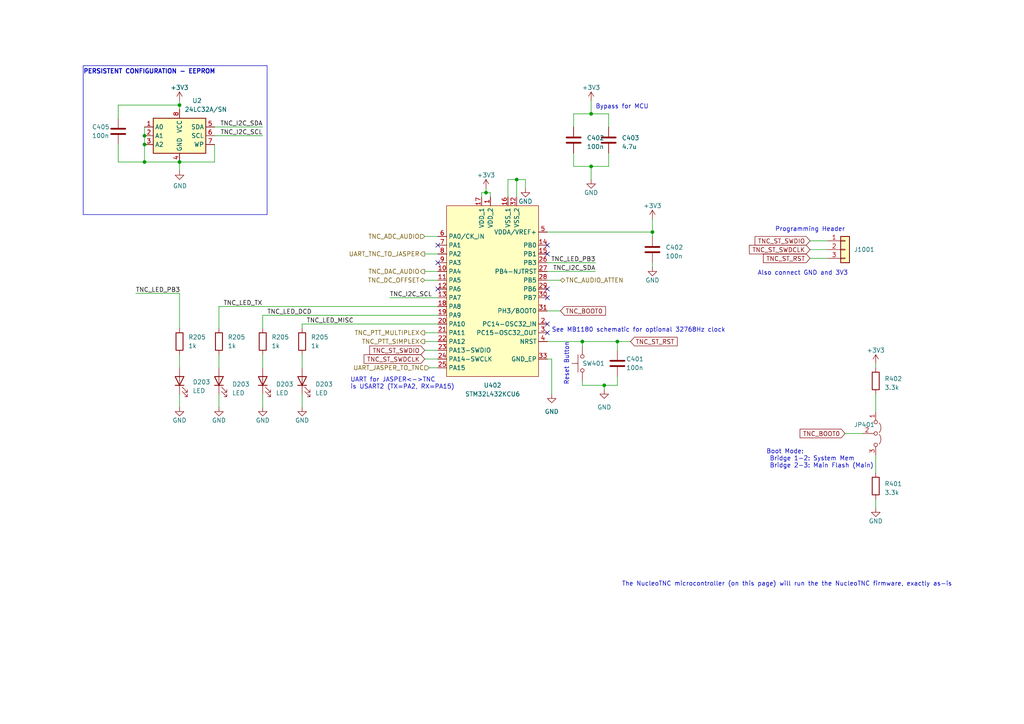
<source format=kicad_sch>
(kicad_sch (version 20230121) (generator eeschema)
  (paper "A4")
  (lib_symbols
    (symbol "BIRDS-X_Symbols_Lib:STM32L432KCU6"
      (property "Reference" "U" (at -12.7 22.86 0))
      (property "Value" "STM32L432KCU6" (at 0 -29.21 0))
      (symbol "STM32L432KCU6_1_1"
        (rectangle (start -15.24 21.59) (end 11.43 -27.94) (fill (type background)))
        (pin power_in line (at -2.54 24.13 270) (length 2.54) (name "VDD_2") (number "1"))
        (pin bidirectional line (at -17.78 2.54 0) (length 2.54) (name "PA4") (number "10"))
        (pin bidirectional line (at -17.78 0 0) (length 2.54) (name "PA5") (number "11"))
        (pin bidirectional line (at -17.78 -2.54 0) (length 2.54) (name "PA6") (number "12"))
        (pin bidirectional line (at -17.78 -5.08 0) (length 2.54) (name "PA7") (number "13"))
        (pin bidirectional line (at 13.97 10.16 180) (length 2.54) (name "PB0") (number "14"))
        (pin bidirectional line (at 13.97 7.62 180) (length 2.54) (name "PB1") (number "15"))
        (pin power_in line (at 2.54 24.13 270) (length 2.54) (name "VSS_1") (number "16"))
        (pin power_in line (at -5.08 24.13 270) (length 2.54) (name "VDD_1") (number "17"))
        (pin bidirectional line (at -17.78 -7.62 0) (length 2.54) (name "PA8") (number "18"))
        (pin bidirectional line (at -17.78 -10.16 0) (length 2.54) (name "PA9") (number "19"))
        (pin bidirectional line (at 13.97 -12.7 180) (length 2.54) (name "PC14-OSC32_IN") (number "2"))
        (pin bidirectional line (at -17.78 -12.7 0) (length 2.54) (name "PA10") (number "20"))
        (pin bidirectional line (at -17.78 -15.24 0) (length 2.54) (name "PA11") (number "21"))
        (pin bidirectional line (at -17.78 -17.78 0) (length 2.54) (name "PA12") (number "22"))
        (pin bidirectional line (at -17.78 -20.32 0) (length 2.54) (name "PA13-SWDIO") (number "23"))
        (pin bidirectional line (at -17.78 -22.86 0) (length 2.54) (name "PA14-SWCLK") (number "24"))
        (pin bidirectional line (at -17.78 -25.4 0) (length 2.54) (name "PA15") (number "25"))
        (pin bidirectional line (at 13.97 5.08 180) (length 2.54) (name "PB3") (number "26"))
        (pin bidirectional line (at 13.97 2.54 180) (length 2.54) (name "PB4-NJTRST") (number "27"))
        (pin bidirectional line (at 13.97 0 180) (length 2.54) (name "PB5") (number "28"))
        (pin bidirectional line (at 13.97 -2.54 180) (length 2.54) (name "PB6") (number "29"))
        (pin bidirectional line (at 13.97 -15.24 180) (length 2.54) (name "PC15-OSC32_OUT") (number "3"))
        (pin bidirectional line (at 13.97 -5.08 180) (length 2.54) (name "PB7") (number "30"))
        (pin bidirectional line (at 13.97 -8.89 180) (length 2.54) (name "PH3/BOOT0") (number "31"))
        (pin power_in line (at 5.08 24.13 270) (length 2.54) (name "VSS_2") (number "32"))
        (pin power_in line (at 13.97 -22.86 180) (length 2.54) (name "GND_EP") (number "33"))
        (pin bidirectional line (at 13.97 -17.78 180) (length 2.54) (name "NRST") (number "4"))
        (pin power_in line (at 13.97 13.97 180) (length 2.54) (name "VDDA/VREF+") (number "5"))
        (pin bidirectional line (at -17.78 12.7 0) (length 2.54) (name "PA0/CK_IN") (number "6"))
        (pin bidirectional line (at -17.78 10.16 0) (length 2.54) (name "PA1") (number "7"))
        (pin bidirectional line (at -17.78 7.62 0) (length 2.54) (name "PA2") (number "8"))
        (pin bidirectional line (at -17.78 5.08 0) (length 2.54) (name "PA3") (number "9"))
      )
    )
    (symbol "Connector_Generic:Conn_01x03" (pin_names (offset 1.016) hide)
      (property "Reference" "J" (at 0 5.08 0))
      (property "Value" "Conn_01x03" (at 0 -5.08 0))
      (symbol "Conn_01x03_1_1"
        (rectangle (start -1.27 -2.413) (end 0 -2.667) (stroke (width 0.1524)))
        (rectangle (start -1.27 0.127) (end 0 -0.127) (stroke (width 0.1524)))
        (rectangle (start -1.27 2.667) (end 0 2.413) (stroke (width 0.1524)))
        (rectangle (start -1.27 3.81) (end 1.27 -3.81) (stroke (width 0.254)) (fill (type background)))
        (pin passive line (at -5.08 2.54 0) (length 3.81) (name "Pin_1") (number "1"))
        (pin passive line (at -5.08 0 0) (length 3.81) (name "Pin_2") (number "2"))
        (pin passive line (at -5.08 -2.54 0) (length 3.81) (name "Pin_3") (number "3"))
      )
    )
    (symbol "Device:C" (pin_numbers hide) (pin_names (offset 0.254))
      (property "Reference" "C" (at 0.635 2.54 0))
      (property "Value" "C" (at 0.635 -2.54 0))
      (symbol "C_0_1"
        (polyline (pts (xy -2.032 -0.762) (xy 2.032 -0.762)) (stroke (width 0.508)))
        (polyline (pts (xy -2.032 0.762) (xy 2.032 0.762)) (stroke (width 0.508)))
      )
      (symbol "C_1_1"
        (pin passive line (at 0 3.81 270) (length 2.794) (name "~") (number "1"))
        (pin passive line (at 0 -3.81 90) (length 2.794) (name "~") (number "2"))
      )
    )
    (symbol "Device:LED" (pin_numbers hide) (pin_names (offset 1.016) hide)
      (property "Reference" "D" (at 0 2.54 0))
      (property "Value" "LED" (at 0 -2.54 0))
      (symbol "LED_0_1"
        (polyline (pts (xy -1.27 -1.27) (xy -1.27 1.27)) (stroke (width 0.254)))
        (polyline (pts (xy -1.27 0) (xy 1.27 0)))
        (polyline (pts (xy 1.27 -1.27) (xy 1.27 1.27) (xy -1.27 0) (xy 1.27 -1.27)) (stroke (width 0.254)))
        (polyline (pts (xy -3.048 -0.762) (xy -4.572 -2.286) (xy -3.81 -2.286) (xy -4.572 -2.286) (xy -4.572 -1.524)))
        (polyline (pts (xy -1.778 -0.762) (xy -3.302 -2.286) (xy -2.54 -2.286) (xy -3.302 -2.286) (xy -3.302 -1.524)))
      )
      (symbol "LED_1_1"
        (pin passive line (at -3.81 0 0) (length 2.54) (name "K") (number "1"))
        (pin passive line (at 3.81 0 180) (length 2.54) (name "A") (number "2"))
      )
    )
    (symbol "Device:R" (pin_numbers hide) (pin_names (offset 0))
      (property "Reference" "R" (at 2.032 0 90))
      (property "Value" "R" (at 0 0 90))
      (symbol "R_0_1"
        (rectangle (start -1.016 -2.54) (end 1.016 2.54) (stroke (width 0.254)))
      )
      (symbol "R_1_1"
        (pin passive line (at 0 3.81 270) (length 1.27) (name "~") (number "1"))
        (pin passive line (at 0 -3.81 90) (length 1.27) (name "~") (number "2"))
      )
    )
    (symbol "Jumper:Jumper_3_Open" (pin_names (offset 0) hide)
      (property "Reference" "JP" (at -2.54 -2.54 0))
      (property "Value" "Jumper_3_Open" (at 0 2.794 0))
      (symbol "Jumper_3_Open_0_0"
        (circle (center -3.302 0) (radius 0.508))
        (circle (center 0 0) (radius 0.508))
        (circle (center 3.302 0) (radius 0.508))
      )
      (symbol "Jumper_3_Open_0_1"
        (arc (start -0.254 1.016) (mid -1.651 1.4992) (end -3.048 1.016))
        (polyline (pts (xy 0 -0.508) (xy 0 -1.27)))
        (arc (start 3.048 1.016) (mid 1.651 1.4992) (end 0.254 1.016))
      )
      (symbol "Jumper_3_Open_1_1"
        (pin passive line (at -6.35 0 0) (length 2.54) (name "A") (number "1"))
        (pin passive line (at 0 -3.81 90) (length 2.54) (name "C") (number "2"))
        (pin passive line (at 6.35 0 180) (length 2.54) (name "B") (number "3"))
      )
    )
    (symbol "Memory_EEPROM:24LC32"
      (property "Reference" "U" (at -6.35 6.35 0))
      (property "Value" "24LC32" (at 1.27 6.35 0))
      (symbol "24LC32_1_1"
        (rectangle (start -7.62 5.08) (end 7.62 -5.08) (stroke (width 0.254)) (fill (type background)))
        (pin input line (at -10.16 2.54 0) (length 2.54) (name "A0") (number "1"))
        (pin input line (at -10.16 0 0) (length 2.54) (name "A1") (number "2"))
        (pin input line (at -10.16 -2.54 0) (length 2.54) (name "A2") (number "3"))
        (pin power_in line (at 0 -7.62 90) (length 2.54) (name "GND") (number "4"))
        (pin bidirectional line (at 10.16 2.54 180) (length 2.54) (name "SDA") (number "5"))
        (pin input line (at 10.16 0 180) (length 2.54) (name "SCL") (number "6"))
        (pin input line (at 10.16 -2.54 180) (length 2.54) (name "WP") (number "7"))
        (pin power_in line (at 0 7.62 270) (length 2.54) (name "VCC") (number "8"))
      )
    )
    (symbol "Switch:SW_Push" (pin_numbers hide) (pin_names (offset 1.016) hide)
      (property "Reference" "SW" (at 1.27 2.54 0))
      (property "Value" "SW_Push" (at 0 -1.524 0))
      (symbol "SW_Push_0_1"
        (circle (center -2.032 0) (radius 0.508))
        (polyline (pts (xy 0 1.27) (xy 0 3.048)))
        (polyline (pts (xy 2.54 1.27) (xy -2.54 1.27)))
        (circle (center 2.032 0) (radius 0.508))
        (pin passive line (at -5.08 0 0) (length 2.54) (name "1") (number "1"))
        (pin passive line (at 5.08 0 180) (length 2.54) (name "2") (number "2"))
      )
    )
    (symbol "power:+3V3" (power) (pin_names (offset 0))
      (property "Value" "+3V3" (at 0 3.556 0))
      (symbol "+3V3_0_1"
        (polyline (pts (xy -0.762 1.27) (xy 0 2.54)))
        (polyline (pts (xy 0 0) (xy 0 2.54)))
        (polyline (pts (xy 0 2.54) (xy 0.762 1.27)))
      )
      (symbol "+3V3_1_1"
        (pin power_in line (at 0 0 90) (length 0) hide (name "+3V3") (number "1"))
      )
    )
    (symbol "power:GND" (power) (pin_names (offset 0))
      (property "Value" "GND" (at 0 -3.81 0))
      (symbol "GND_0_1"
        (polyline (pts (xy 0 0) (xy 0 -1.27) (xy 1.27 -1.27) (xy 0 -2.54) (xy -1.27 -1.27) (xy 0 -1.27)))
      )
      (symbol "GND_1_1"
        (pin power_in line (at 0 0 270) (length 0) hide (name "GND") (number "1"))
      )
    )
  )
  (junction (at 52.07 46.99))
  (junction (at 41.91 46.99))
  (junction (at 41.91 41.91))
  (junction (at 52.07 30.48))
  (junction (at 175.26 111.76))
  (junction (at 171.45 33.02))
  (junction (at 189.23 67.31))
  (junction (at 168.91 99.06))
  (junction (at 41.91 39.37))
  (junction (at 171.45 48.26))
  (junction (at 149.86 52.07))
  (junction (at 140.97 55.88))
  (junction (at 179.07 99.06))
  (no_connect (at 158.75 93.98))
  (no_connect (at 158.75 86.36))
  (no_connect (at 158.75 83.82))
  (no_connect (at 127 71.12))
  (no_connect (at 127 76.2))
  (no_connect (at 158.75 71.12))
  (no_connect (at 158.75 73.66))
  (no_connect (at 127 83.82))
  (no_connect (at 158.75 96.52))
  (wire (pts (xy 62.23 46.99) (xy 52.07 46.99)))
  (wire (pts (xy 63.5 88.9) (xy 127 88.9)))
  (wire (pts (xy 76.2 102.87) (xy 76.2 106.68)))
  (wire (pts (xy 149.86 52.07) (xy 149.86 57.15)))
  (wire (pts (xy 158.75 78.74) (xy 172.72 78.74)))
  (wire (pts (xy 139.7 57.15) (xy 139.7 55.88)))
  (wire (pts (xy 189.23 67.31) (xy 158.75 67.31)))
  (wire (pts (xy 63.5 102.87) (xy 63.5 106.68)))
  (polyline (pts (xy 77.47 19.05) (xy 24.13 19.05)))
  (wire (pts (xy 166.37 44.45) (xy 166.37 48.26)))
  (polyline (pts (xy 24.13 19.05) (xy 24.13 62.23)))
  (wire (pts (xy 34.29 46.99) (xy 41.91 46.99)))
  (wire (pts (xy 52.07 30.48) (xy 52.07 31.75)))
  (wire (pts (xy 63.5 88.9) (xy 63.5 95.25)))
  (wire (pts (xy 176.53 33.02) (xy 176.53 36.83)))
  (wire (pts (xy 234.95 72.39) (xy 240.03 72.39)))
  (wire (pts (xy 124.46 106.68) (xy 127 106.68)))
  (wire (pts (xy 76.2 114.3) (xy 76.2 118.11)))
  (wire (pts (xy 41.91 39.37) (xy 41.91 41.91)))
  (wire (pts (xy 152.4 52.07) (xy 152.4 54.61)))
  (wire (pts (xy 179.07 99.06) (xy 182.88 99.06)))
  (wire (pts (xy 62.23 36.83) (xy 76.2 36.83)))
  (wire (pts (xy 123.19 78.74) (xy 127 78.74)))
  (wire (pts (xy 52.07 30.48) (xy 34.29 30.48)))
  (wire (pts (xy 147.32 57.15) (xy 147.32 52.07)))
  (wire (pts (xy 87.63 114.3) (xy 87.63 118.11)))
  (wire (pts (xy 171.45 29.21) (xy 171.45 33.02)))
  (wire (pts (xy 87.63 93.98) (xy 127 93.98)))
  (wire (pts (xy 158.75 90.17) (xy 162.56 90.17)))
  (wire (pts (xy 171.45 48.26) (xy 176.53 48.26)))
  (wire (pts (xy 189.23 68.58) (xy 189.23 67.31)))
  (wire (pts (xy 34.29 30.48) (xy 34.29 34.29)))
  (wire (pts (xy 41.91 46.99) (xy 52.07 46.99)))
  (wire (pts (xy 254 105.41) (xy 254 106.68)))
  (wire (pts (xy 123.19 68.58) (xy 127 68.58)))
  (wire (pts (xy 158.75 76.2) (xy 172.72 76.2)))
  (wire (pts (xy 160.02 104.14) (xy 158.75 104.14)))
  (wire (pts (xy 158.75 99.06) (xy 168.91 99.06)))
  (wire (pts (xy 166.37 48.26) (xy 171.45 48.26)))
  (wire (pts (xy 152.4 52.07) (xy 149.86 52.07)))
  (wire (pts (xy 171.45 33.02) (xy 176.53 33.02)))
  (wire (pts (xy 168.91 100.33) (xy 168.91 99.06)))
  (wire (pts (xy 52.07 102.87) (xy 52.07 106.68)))
  (wire (pts (xy 175.26 111.76) (xy 175.26 113.03)))
  (wire (pts (xy 76.2 91.44) (xy 127 91.44)))
  (wire (pts (xy 234.95 69.85) (xy 240.03 69.85)))
  (wire (pts (xy 168.91 111.76) (xy 168.91 110.49)))
  (wire (pts (xy 171.45 48.26) (xy 171.45 52.07)))
  (wire (pts (xy 39.37 85.09) (xy 52.07 85.09)))
  (wire (pts (xy 139.7 55.88) (xy 140.97 55.88)))
  (wire (pts (xy 254 114.3) (xy 254 119.38)))
  (wire (pts (xy 245.11 125.73) (xy 250.19 125.73)))
  (wire (pts (xy 189.23 76.2) (xy 189.23 77.47)))
  (wire (pts (xy 166.37 36.83) (xy 166.37 33.02)))
  (wire (pts (xy 158.75 81.28) (xy 162.56 81.28)))
  (wire (pts (xy 147.32 52.07) (xy 149.86 52.07)))
  (wire (pts (xy 87.63 93.98) (xy 87.63 95.25)))
  (wire (pts (xy 175.26 111.76) (xy 179.07 111.76)))
  (wire (pts (xy 123.19 96.52) (xy 127 96.52)))
  (wire (pts (xy 52.07 29.21) (xy 52.07 30.48)))
  (wire (pts (xy 52.07 85.09) (xy 52.07 95.25)))
  (wire (pts (xy 123.19 81.28) (xy 127 81.28)))
  (wire (pts (xy 41.91 41.91) (xy 41.91 46.99)))
  (polyline (pts (xy 77.47 62.23) (xy 77.47 19.05)))
  (wire (pts (xy 140.97 54.61) (xy 140.97 55.88)))
  (wire (pts (xy 123.19 101.6) (xy 127 101.6)))
  (wire (pts (xy 168.91 111.76) (xy 175.26 111.76)))
  (wire (pts (xy 52.07 114.3) (xy 52.07 118.11)))
  (wire (pts (xy 41.91 36.83) (xy 41.91 39.37)))
  (polyline (pts (xy 24.13 62.23) (xy 77.47 62.23)))
  (wire (pts (xy 123.19 99.06) (xy 127 99.06)))
  (wire (pts (xy 168.91 99.06) (xy 179.07 99.06)))
  (wire (pts (xy 254 147.32) (xy 254 144.78)))
  (wire (pts (xy 34.29 41.91) (xy 34.29 46.99)))
  (wire (pts (xy 123.19 104.14) (xy 127 104.14)))
  (wire (pts (xy 63.5 114.3) (xy 63.5 118.11)))
  (wire (pts (xy 76.2 95.25) (xy 76.2 91.44)))
  (wire (pts (xy 160.02 104.14) (xy 160.02 114.3)))
  (wire (pts (xy 234.95 74.93) (xy 240.03 74.93)))
  (wire (pts (xy 254 132.08) (xy 254 137.16)))
  (wire (pts (xy 62.23 39.37) (xy 76.2 39.37)))
  (wire (pts (xy 142.24 55.88) (xy 142.24 57.15)))
  (wire (pts (xy 113.03 86.36) (xy 127 86.36)))
  (wire (pts (xy 189.23 63.5) (xy 189.23 67.31)))
  (wire (pts (xy 140.97 55.88) (xy 142.24 55.88)))
  (wire (pts (xy 176.53 48.26) (xy 176.53 44.45)))
  (wire (pts (xy 52.07 46.99) (xy 52.07 49.53)))
  (wire (pts (xy 123.19 73.66) (xy 127 73.66)))
  (wire (pts (xy 179.07 111.76) (xy 179.07 109.22)))
  (wire (pts (xy 62.23 41.91) (xy 62.23 46.99)))
  (wire (pts (xy 166.37 33.02) (xy 171.45 33.02)))
  (wire (pts (xy 87.63 102.87) (xy 87.63 106.68)))
  (wire (pts (xy 179.07 99.06) (xy 179.07 101.6)))
  (text "Bypass for MCU" (at 172.72 31.75 0) (effects (font (size 1.27 1.27)) (justify left bottom)))
  (text "Also connect GND and 3V3" (at 219.71 80.01 0) (effects (font (size 1.27 1.27)) (justify left bottom)))
  (text "UART for JASPER<->TNC\nis USART2 (TX=PA2, RX=PA15)" (at 101.6 113.03 0) (effects (font (size 1.27 1.27)) (justify left bottom)))
  (text "Reset Button" (at 165.1 111.76 90) (effects (font (size 1.27 1.27)) (justify left bottom)))
  (text "Programming Header" (at 224.79 67.31 0) (effects (font (size 1.27 1.27)) (justify left bottom)))
  (text "PERSISTENT CONFIGURATION - EEPROM" (at 24.13 21.59 0) (effects (font (size 1.27 1.27) (thickness 0.254) bold) (justify left bottom)))
  (text "Boot Mode:\n Bridge 1-2: System Mem\n Bridge 2-3: Main Flash (Main)" (at 222.25 135.89 0) (effects (font (size 1.27 1.27)) (justify left bottom)))
  (text "The NucleoTNC microcontroller (on this page) will run the the NucleoTNC firmware, exactly as-is" (at 180.34 170.18 0) (effects (font (size 1.27 1.27)) (justify left bottom)))
  (text "See MB1180 schematic for optional 32768Hz clock" (at 160.02 96.52 0) (effects (font (size 1.27 1.27)) (justify left bottom)))
  (label "TNC_LED_MISC" (at 88.9 93.98 0))
  (label "TNC_I2C_SCL" (at 113.03 86.36 0))
  (label "TNC_I2C_SCL" (at 76.2 39.37 180))
  (label "TNC_LED_TX" (at 64.77 88.9 0))
  (label "TNC_LED_PB3" (at 39.37 85.09 0))
  (label "TNC_LED_DCD" (at 77.47 91.44 0))
  (label "TNC_I2C_SDA" (at 76.2 36.83 180))
  (label "TNC_I2C_SDA" (at 172.72 78.74 180))
  (label "TNC_LED_PB3" (at 172.72 76.2 180))
  (global_label "TNC_ST_SWDCLK" (shape input) (at 123.19 104.14 180) (property "Intersheetrefs" "${INTERSHEET_REFS}" (effects hide)))
  (global_label "TNC_ST_SWDCLK" (shape input) (at 234.95 72.39 180) (property "Intersheetrefs" "${INTERSHEET_REFS}" (effects hide)))
  (global_label "TNC_ST_RST" (shape input) (at 234.95 74.93 180) (property "Intersheetrefs" "${INTERSHEET_REFS}" (effects hide)))
  (global_label "TNC_ST_SWDIO" (shape input) (at 123.19 101.6 180) (property "Intersheetrefs" "${INTERSHEET_REFS}" (effects hide)))
  (global_label "TNC_BOOT0" (shape input) (at 162.56 90.17 0) (property "Intersheetrefs" "${INTERSHEET_REFS}" (effects hide)))
  (global_label "TNC_ST_RST" (shape input) (at 182.88 99.06 0) (property "Intersheetrefs" "${INTERSHEET_REFS}" (effects hide)))
  (global_label "TNC_ST_SWDIO" (shape input) (at 234.95 69.85 180) (property "Intersheetrefs" "${INTERSHEET_REFS}" (effects hide)))
  (global_label "TNC_BOOT0" (shape input) (at 245.11 125.73 180) (property "Intersheetrefs" "${INTERSHEET_REFS}" (effects hide)))
  (hierarchical_label "UART_TNC_TO_JASPER" (shape output) (at 123.19 73.66 180))
  (hierarchical_label "UART_JASPER_TO_TNC" (shape input) (at 124.46 106.68 180))
  (hierarchical_label "TNC_DAC_AUDIO" (shape output) (at 123.19 78.74 180))
  (hierarchical_label "TNC_AUDIO_ATTEN" (shape bidirectional) (at 162.56 81.28 0))
  (hierarchical_label "TNC_ADC_AUDIO" (shape input) (at 123.19 68.58 180))
  (hierarchical_label "TNC_PTT_MULTIPLEX" (shape output) (at 123.19 96.52 180))
  (hierarchical_label "TNC_DC_OFFSET" (shape bidirectional) (at 123.19 81.28 180))
  (hierarchical_label "TNC_PTT_SIMPLEX" (shape output) (at 123.19 99.06 180))
  (symbol (lib_id "power:GND") (at 52.07 118.11 0) (unit 1)
    (property "Reference" "#PWR08" (effects hide))
    (property "Value" "GND" (at 52.07 121.92 0))
    (instances (project "BIRDS-X-PCB" (path "" (reference "#PWR08") (unit 1)) (path "" (reference "#PWR0212") (unit 1)) (path "" (reference "#PWR0416") (unit 1)) (path "" (reference "#PWR03") (unit 1))))
  )
  (symbol (lib_id "Connector_Generic:Conn_01x03") (at 245.11 72.39 0) (unit 1)
    (property "Reference" "J1001" (at 247.65 72.39 0) (effects (justify left)))
    (property "Value" "Conn_01x03" (effects hide))
    (property "Footprint" "Connector_PinHeader_1.27mm:PinHeader_1x03_P1.27mm_Vertical" (effects hide))
  )
  (symbol (lib_id "Device:C") (at 179.07 105.41 0) (unit 1)
    (property "Reference" "C401" (at 181.61 104.14 0) (effects (justify left)))
    (property "Value" "100n" (at 181.61 106.68 0) (effects (justify left)))
    (property "Footprint" "Capacitor_SMD:C_0603_1608Metric_Pad1.08x0.95mm_HandSolder" (effects hide))
    (instances (project "BIRDS-X-PCB" (path "" (reference "C401") (unit 1)) (path "" (reference "C1001") (unit 1))))
  )
  (symbol (lib_id "Device:LED") (at 63.5 110.49 90) (unit 1)
    (property "Reference" "D203" (at 67.31 111.4425 90) (effects (justify right)))
    (property "Value" "LED" (at 67.31 113.9825 90) (effects (justify right)))
    (property "Footprint" "LED_SMD:LED_0603_1608Metric" (effects hide))
    (instances (project "BIRDS-X-PCB" (path "" (reference "D203") (unit 1)) (path "" (reference "D401") (unit 1)) (path "" (reference "D1001") (unit 1))))
  )
  (symbol (lib_id "power:GND") (at 175.26 113.03 0) (unit 1)
    (property "Reference" "#PWR0403" (effects hide))
    (property "Value" "GND" (at 175.26 118.11 0))
    (instances (project "BIRDS-X-PCB" (path "" (reference "#PWR0403") (unit 1)) (path "" (reference "#PWR01004") (unit 1))))
  )
  (symbol (lib_id "power:GND") (at 76.2 118.11 0) (unit 1)
    (property "Reference" "#PWR08" (effects hide))
    (property "Value" "GND" (at 76.2 121.92 0))
    (instances (project "BIRDS-X-PCB" (path "" (reference "#PWR08") (unit 1)) (path "" (reference "#PWR0212") (unit 1)) (path "" (reference "#PWR0416") (unit 1)) (path "" (reference "#PWR01007") (unit 1))))
  )
  (symbol (lib_id "Device:C") (at 166.37 40.64 0) (unit 1)
    (property "Reference" "C402" (at 170.18 40.005 0) (effects (justify left)))
    (property "Value" "100n" (at 170.18 42.545 0) (effects (justify left)))
    (property "Footprint" "Capacitor_SMD:C_0603_1608Metric_Pad1.08x0.95mm_HandSolder" (effects hide))
    (instances (project "BIRDS-X-PCB" (path "" (reference "C402") (unit 1)) (path "" (reference "C1002") (unit 1))))
  )
  (symbol (lib_id "Device:R") (at 52.07 99.06 0) (unit 1)
    (property "Reference" "R205" (at 54.61 97.79 0) (effects (justify left)))
    (property "Value" "1k" (at 54.61 100.33 0) (effects (justify left)))
    (property "Footprint" "Resistor_SMD:R_0603_1608Metric_Pad0.98x0.95mm_HandSolder" (effects hide))
    (instances (project "BIRDS-X-PCB" (path "" (reference "R205") (unit 1)) (path "" (reference "R406") (unit 1)) (path "" (reference "R1006") (unit 1))))
  )
  (symbol (lib_id "power:+3V3") (at 52.07 29.21 0) (unit 1)
    (property "Reference" "#PWR0405" (effects hide))
    (property "Value" "+3V3" (at 52.07 25.4 0))
    (instances (project "BIRDS-X-PCB" (path "" (reference "#PWR0405") (unit 1)) (path "" (reference "#PWR010") (unit 1))))
  )
  (symbol (lib_id "power:+3V3") (at 171.45 29.21 0) (unit 1)
    (property "Reference" "#PWR0408" (effects hide))
    (property "Value" "+3V3" (at 171.45 25.4 0))
    (instances (project "BIRDS-X-PCB" (path "" (reference "#PWR0408") (unit 1)) (path "" (reference "#PWR01005") (unit 1))))
  )
  (symbol (lib_id "Device:R") (at 254 110.49 0) (unit 1)
    (property "Reference" "R402" (at 256.54 109.855 0) (effects (justify left)))
    (property "Value" "3.3k" (at 256.54 112.395 0) (effects (justify left)))
    (property "Footprint" "Resistor_SMD:R_0603_1608Metric_Pad0.98x0.95mm_HandSolder" (effects hide))
    (instances (project "BIRDS-X-PCB" (path "" (reference "R402") (unit 1)) (path "" (reference "R1004") (unit 1))))
  )
  (symbol (lib_id "Device:C") (at 176.53 40.64 0) (unit 1)
    (property "Reference" "C403" (at 180.34 40.005 0) (effects (justify left)))
    (property "Value" "4.7u" (at 180.34 42.545 0) (effects (justify left)))
    (property "Footprint" "Capacitor_SMD:C_0603_1608Metric_Pad1.08x0.95mm_HandSolder" (effects hide))
    (instances (project "BIRDS-X-PCB" (path "" (reference "C403") (unit 1)) (path "" (reference "C1003") (unit 1))))
  )
  (symbol (lib_id "Device:C") (at 189.23 72.39 0) (unit 1)
    (property "Reference" "C402" (at 193.04 71.755 0) (effects (justify left)))
    (property "Value" "100n" (at 193.04 74.295 0) (effects (justify left)))
    (property "Footprint" "Capacitor_SMD:C_0603_1608Metric_Pad1.08x0.95mm_HandSolder" (effects hide))
    (instances (project "BIRDS-X-PCB" (path "" (reference "C402") (unit 1)) (path "" (reference "C1005") (unit 1))))
  )
  (symbol (lib_id "power:GND") (at 52.07 49.53 0) (unit 1)
    (property "Reference" "#PWR014" (effects hide))
    (property "Value" "GND" (at 52.197 53.9242 0))
    (instances (project "Nucleo32TNC" (path "" (reference "#PWR014") (unit 1))) (project "BIRDS-X-PCB" (path "" (reference "#PWR0503") (unit 1)) (path "" (reference "#PWR022") (unit 1))))
  )
  (symbol (lib_id "Device:LED") (at 87.63 110.49 90) (unit 1)
    (property "Reference" "D203" (at 91.44 111.4425 90) (effects (justify right)))
    (property "Value" "LED" (at 91.44 113.9825 90) (effects (justify right)))
    (property "Footprint" "LED_SMD:LED_0603_1608Metric" (effects hide))
    (instances (project "BIRDS-X-PCB" (path "" (reference "D203") (unit 1)) (path "" (reference "D401") (unit 1)) (path "" (reference "D1003") (unit 1))))
  )
  (symbol (lib_id "Device:R") (at 76.2 99.06 0) (unit 1)
    (property "Reference" "R205" (at 78.74 97.79 0) (effects (justify left)))
    (property "Value" "1k" (at 78.74 100.33 0) (effects (justify left)))
    (property "Footprint" "Resistor_SMD:R_0603_1608Metric_Pad0.98x0.95mm_HandSolder" (effects hide))
    (instances (project "BIRDS-X-PCB" (path "" (reference "R205") (unit 1)) (path "" (reference "R406") (unit 1)) (path "" (reference "R1002") (unit 1))))
  )
  (symbol (lib_id "power:GND") (at 171.45 52.07 0) (unit 1)
    (property "Reference" "#PWR0409" (effects hide))
    (property "Value" "GND" (at 171.45 55.88 0))
    (instances (project "BIRDS-X-PCB" (path "" (reference "#PWR0409") (unit 1)) (path "" (reference "#PWR01006") (unit 1))))
  )
  (symbol (lib_id "power:GND") (at 152.4 54.61 0) (unit 1)
    (property "Reference" "#PWR0404" (effects hide))
    (property "Value" "GND" (at 152.4 58.42 0))
    (instances (project "BIRDS-X-PCB" (path "" (reference "#PWR0404") (unit 1)) (path "" (reference "#PWR01003") (unit 1))))
  )
  (symbol (lib_id "power:+3V3") (at 140.97 54.61 0) (unit 1)
    (property "Reference" "#PWR0405" (effects hide))
    (property "Value" "+3V3" (at 140.97 50.8 0))
    (instances (project "BIRDS-X-PCB" (path "" (reference "#PWR0405") (unit 1)) (path "" (reference "#PWR01002") (unit 1))))
  )
  (symbol (lib_id "BIRDS-X_Symbols_Lib:STM32L432KCU6") (at 144.78 81.28 0) (unit 1)
    (property "Reference" "U402" (at 142.875 111.76 0))
    (property "Value" "STM32L432KCU6" (at 142.875 114.3 0))
    (property "Footprint" "Package_DFN_QFN:UFQFPN-32-1EP_5x5mm_P0.5mm_EP3.5x3.5mm" (effects hide))
    (property "Datasheet" "https://datasheet.lcsc.com/lcsc/2201141630_STMicroelectronics-STM32L432KCU6_C1337280.pdf" (effects hide))
    (property "LCSC" "C1337280" (effects hide))
    (instances (project "BIRDS-X-PCB" (path "" (reference "U402") (unit 1)) (path "" (reference "U1001") (unit 1))))
  )
  (symbol (lib_id "Device:R") (at 254 140.97 0) (unit 1)
    (property "Reference" "R401" (at 256.54 140.335 0) (effects (justify left)))
    (property "Value" "3.3k" (at 256.54 142.875 0) (effects (justify left)))
    (property "Footprint" "Resistor_SMD:R_0603_1608Metric_Pad0.98x0.95mm_HandSolder" (effects hide))
    (instances (project "BIRDS-X-PCB" (path "" (reference "R401") (unit 1)) (path "" (reference "R1005") (unit 1))))
  )
  (symbol (lib_id "Jumper:Jumper_3_Open") (at 254 125.73 270) (unit 1)
    (property "Reference" "JP401" (at 247.65 123.19 90) (effects (justify left)))
    (property "Value" "Jumper_3_Open" (effects hide))
    (property "Footprint" "Jumper:SolderJumper-3_P1.3mm_Open_RoundedPad1.0x1.5mm_NumberLabels" (effects hide))
    (instances (project "BIRDS-X-PCB" (path "" (reference "JP401") (unit 1)) (path "" (reference "JP1001") (unit 1))))
  )
  (symbol (lib_id "Switch:SW_Push") (at 168.91 105.41 90) (unit 1)
    (property "Reference" "SW401" (at 168.91 105.41 90) (effects (justify right)))
    (property "Value" "SW_Push" (effects hide))
    (property "Footprint" "Button_Switch_SMD:SW_Tactile_SPST_NO_Straight_CK_PTS636Sx25SMTRLFS" (effects hide))
    (instances (project "BIRDS-X-PCB" (path "" (reference "SW401") (unit 1)) (path "" (reference "SW1001") (unit 1))))
  )
  (symbol (lib_id "power:GND") (at 160.02 114.3 0) (unit 1)
    (property "Reference" "#PWR0403" (effects hide))
    (property "Value" "GND" (at 160.02 119.38 0))
    (instances (project "BIRDS-X-PCB" (path "" (reference "#PWR0403") (unit 1)) (path "" (reference "#PWR01012") (unit 1))))
  )
  (symbol (lib_id "Device:LED") (at 76.2 110.49 90) (unit 1)
    (property "Reference" "D203" (at 80.01 111.4425 90) (effects (justify right)))
    (property "Value" "LED" (at 80.01 113.9825 90) (effects (justify right)))
    (property "Footprint" "LED_SMD:LED_0603_1608Metric" (effects hide))
    (instances (project "BIRDS-X-PCB" (path "" (reference "D203") (unit 1)) (path "" (reference "D401") (unit 1)) (path "" (reference "D1002") (unit 1))))
  )
  (symbol (lib_id "power:GND") (at 189.23 77.47 0) (unit 1)
    (property "Reference" "#PWR0409" (effects hide))
    (property "Value" "GND" (at 189.23 81.28 0))
    (instances (project "BIRDS-X-PCB" (path "" (reference "#PWR0409") (unit 1)) (path "" (reference "#PWR06") (unit 1))))
  )
  (symbol (lib_id "power:+3V3") (at 189.23 63.5 0) (unit 1)
    (property "Reference" "#PWR0408" (effects hide))
    (property "Value" "+3V3" (at 189.23 59.69 0))
    (instances (project "BIRDS-X-PCB" (path "" (reference "#PWR0408") (unit 1)) (path "" (reference "#PWR01011") (unit 1))))
  )
  (symbol (lib_id "power:GND") (at 254 147.32 0) (unit 1)
    (property "Reference" "#PWR0417" (effects hide))
    (property "Value" "GND" (at 254 151.13 0))
    (instances (project "BIRDS-X-PCB" (path "" (reference "#PWR0417") (unit 1)) (path "" (reference "#PWR01010") (unit 1))))
  )
  (symbol (lib_id "Device:R") (at 63.5 99.06 0) (unit 1)
    (property "Reference" "R205" (at 66.04 97.79 0) (effects (justify left)))
    (property "Value" "1k" (at 66.04 100.33 0) (effects (justify left)))
    (property "Footprint" "Resistor_SMD:R_0603_1608Metric_Pad0.98x0.95mm_HandSolder" (effects hide))
    (instances (project "BIRDS-X-PCB" (path "" (reference "R205") (unit 1)) (path "" (reference "R406") (unit 1)) (path "" (reference "R1001") (unit 1))))
  )
  (symbol (lib_id "Device:R") (at 87.63 99.06 0) (unit 1)
    (property "Reference" "R205" (at 90.17 97.79 0) (effects (justify left)))
    (property "Value" "1k" (at 90.17 100.33 0) (effects (justify left)))
    (property "Footprint" "Resistor_SMD:R_0603_1608Metric_Pad0.98x0.95mm_HandSolder" (effects hide))
    (instances (project "BIRDS-X-PCB" (path "" (reference "R205") (unit 1)) (path "" (reference "R406") (unit 1)) (path "" (reference "R1003") (unit 1))))
  )
  (symbol (lib_id "power:GND") (at 87.63 118.11 0) (unit 1)
    (property "Reference" "#PWR08" (effects hide))
    (property "Value" "GND" (at 87.63 121.92 0))
    (instances (project "BIRDS-X-PCB" (path "" (reference "#PWR08") (unit 1)) (path "" (reference "#PWR0212") (unit 1)) (path "" (reference "#PWR0416") (unit 1)) (path "" (reference "#PWR01008") (unit 1))))
  )
  (symbol (lib_id "power:GND") (at 63.5 118.11 0) (unit 1)
    (property "Reference" "#PWR08" (effects hide))
    (property "Value" "GND" (at 63.5 121.92 0))
    (instances (project "BIRDS-X-PCB" (path "" (reference "#PWR08") (unit 1)) (path "" (reference "#PWR0212") (unit 1)) (path "" (reference "#PWR0416") (unit 1)) (path "" (reference "#PWR01001") (unit 1))))
  )
  (symbol (lib_id "Device:C") (at 34.29 38.1 0) (unit 1)
    (property "Reference" "C405" (at 26.67 36.83 0) (effects (justify left)))
    (property "Value" "100n" (at 26.67 39.37 0) (effects (justify left)))
    (property "Footprint" "Capacitor_SMD:C_0603_1608Metric_Pad1.08x0.95mm_HandSolder" (effects hide))
    (instances (project "BIRDS-X-PCB" (path "" (reference "C405") (unit 1)) (path "" (reference "C501") (unit 1)) (path "" (reference "C1004") (unit 1))))
  )
  (symbol (lib_id "Memory_EEPROM:24LC32") (at 52.07 39.37 0) (unit 1)
    (property "Reference" "U2" (at 57.15 29.21 0))
    (property "Value" "24LC32A/SN" (at 59.69 31.75 0))
    (property "Footprint" "Package_SO:SOP-8_3.9x4.9mm_P1.27mm" (effects hide))
    (property "Datasheet" "http://ww1.microchip.com/downloads/en/DeviceDoc/21072G.pdf" (effects hide))
    (property "LCSC" "C615215" (effects hide))
    (instances (project "Nucleo32TNC" (path "" (reference "U2") (unit 1))) (project "BIRDS-X-PCB" (path "" (reference "U501") (unit 1)) (path "" (reference "U1002") (unit 1))))
  )
  (symbol (lib_id "Device:LED") (at 52.07 110.49 90) (unit 1)
    (property "Reference" "D203" (at 55.88 110.8075 90) (effects (justify right)))
    (property "Value" "LED" (at 55.88 113.3475 90) (effects (justify right)))
    (property "Footprint" "LED_SMD:LED_0603_1608Metric" (effects hide))
    (instances (project "BIRDS-X-PCB" (path "" (reference "D203") (unit 1)) (path "" (reference "D401") (unit 1)) (path "" (reference "D1004") (unit 1))))
  )
  (symbol (lib_id "power:+3V3") (at 254 105.41 0) (unit 1)
    (property "Reference" "#PWR0418" (effects hide))
    (property "Value" "+3V3" (at 254 101.6 0))
    (instances (project "BIRDS-X-PCB" (path "" (reference "#PWR0418") (unit 1)) (path "" (reference "#PWR01009") (unit 1))))
  )
)
</source>
